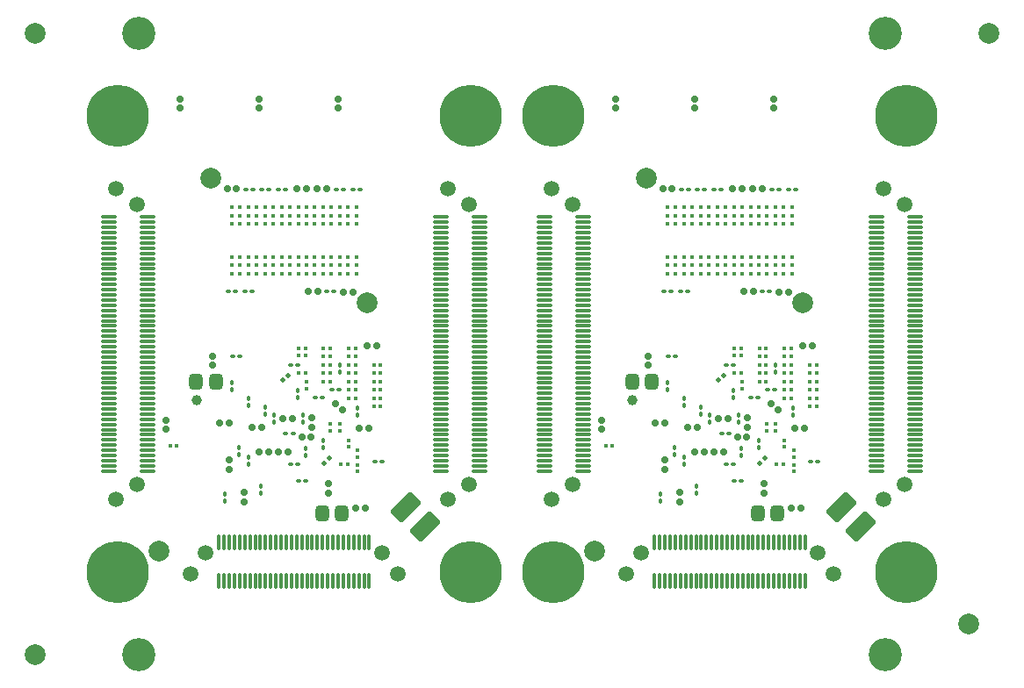
<source format=gbr>
G04*
G04 #@! TF.GenerationSoftware,Altium Limited,Altium Designer,22.4.2 (48)*
G04*
G04 Layer_Color=16711935*
%FSAX24Y24*%
%MOIN*%
G70*
G04*
G04 #@! TF.SameCoordinates,CBA5B0EC-3C9A-411B-936C-A00E84A017FD*
G04*
G04*
G04 #@! TF.FilePolarity,Negative*
G04*
G01*
G75*
%ADD10C,0.0394*%
%ADD19C,0.0157*%
G04:AMPARAMS|DCode=25|XSize=23.6mil|YSize=23.6mil|CornerRadius=5.9mil|HoleSize=0mil|Usage=FLASHONLY|Rotation=270.000|XOffset=0mil|YOffset=0mil|HoleType=Round|Shape=RoundedRectangle|*
%AMROUNDEDRECTD25*
21,1,0.0236,0.0118,0,0,270.0*
21,1,0.0118,0.0236,0,0,270.0*
1,1,0.0118,-0.0059,-0.0059*
1,1,0.0118,-0.0059,0.0059*
1,1,0.0118,0.0059,0.0059*
1,1,0.0118,0.0059,-0.0059*
%
%ADD25ROUNDEDRECTD25*%
G04:AMPARAMS|DCode=26|XSize=13.8mil|YSize=15.7mil|CornerRadius=3.4mil|HoleSize=0mil|Usage=FLASHONLY|Rotation=270.000|XOffset=0mil|YOffset=0mil|HoleType=Round|Shape=RoundedRectangle|*
%AMROUNDEDRECTD26*
21,1,0.0138,0.0089,0,0,270.0*
21,1,0.0069,0.0157,0,0,270.0*
1,1,0.0069,-0.0044,-0.0034*
1,1,0.0069,-0.0044,0.0034*
1,1,0.0069,0.0044,0.0034*
1,1,0.0069,0.0044,-0.0034*
%
%ADD26ROUNDEDRECTD26*%
G04:AMPARAMS|DCode=29|XSize=23.6mil|YSize=23.6mil|CornerRadius=5.9mil|HoleSize=0mil|Usage=FLASHONLY|Rotation=0.000|XOffset=0mil|YOffset=0mil|HoleType=Round|Shape=RoundedRectangle|*
%AMROUNDEDRECTD29*
21,1,0.0236,0.0118,0,0,0.0*
21,1,0.0118,0.0236,0,0,0.0*
1,1,0.0118,0.0059,-0.0059*
1,1,0.0118,-0.0059,-0.0059*
1,1,0.0118,-0.0059,0.0059*
1,1,0.0118,0.0059,0.0059*
%
%ADD29ROUNDEDRECTD29*%
G04:AMPARAMS|DCode=30|XSize=13.8mil|YSize=15.7mil|CornerRadius=3.4mil|HoleSize=0mil|Usage=FLASHONLY|Rotation=180.000|XOffset=0mil|YOffset=0mil|HoleType=Round|Shape=RoundedRectangle|*
%AMROUNDEDRECTD30*
21,1,0.0138,0.0089,0,0,180.0*
21,1,0.0069,0.0157,0,0,180.0*
1,1,0.0069,-0.0034,0.0044*
1,1,0.0069,0.0034,0.0044*
1,1,0.0069,0.0034,-0.0044*
1,1,0.0069,-0.0034,-0.0044*
%
%ADD30ROUNDEDRECTD30*%
G04:AMPARAMS|DCode=33|XSize=25.2mil|YSize=25.2mil|CornerRadius=6.3mil|HoleSize=0mil|Usage=FLASHONLY|Rotation=0.000|XOffset=0mil|YOffset=0mil|HoleType=Round|Shape=RoundedRectangle|*
%AMROUNDEDRECTD33*
21,1,0.0252,0.0126,0,0,0.0*
21,1,0.0126,0.0252,0,0,0.0*
1,1,0.0126,0.0063,-0.0063*
1,1,0.0126,-0.0063,-0.0063*
1,1,0.0126,-0.0063,0.0063*
1,1,0.0126,0.0063,0.0063*
%
%ADD33ROUNDEDRECTD33*%
G04:AMPARAMS|DCode=34|XSize=25.2mil|YSize=25.2mil|CornerRadius=6.3mil|HoleSize=0mil|Usage=FLASHONLY|Rotation=270.000|XOffset=0mil|YOffset=0mil|HoleType=Round|Shape=RoundedRectangle|*
%AMROUNDEDRECTD34*
21,1,0.0252,0.0126,0,0,270.0*
21,1,0.0126,0.0252,0,0,270.0*
1,1,0.0126,-0.0063,-0.0063*
1,1,0.0126,-0.0063,0.0063*
1,1,0.0126,0.0063,0.0063*
1,1,0.0126,0.0063,-0.0063*
%
%ADD34ROUNDEDRECTD34*%
G04:AMPARAMS|DCode=37|XSize=25.2mil|YSize=25.2mil|CornerRadius=6.3mil|HoleSize=0mil|Usage=FLASHONLY|Rotation=225.000|XOffset=0mil|YOffset=0mil|HoleType=Round|Shape=RoundedRectangle|*
%AMROUNDEDRECTD37*
21,1,0.0252,0.0126,0,0,225.0*
21,1,0.0126,0.0252,0,0,225.0*
1,1,0.0126,-0.0089,0.0000*
1,1,0.0126,0.0000,0.0089*
1,1,0.0126,0.0089,0.0000*
1,1,0.0126,0.0000,-0.0089*
%
%ADD37ROUNDEDRECTD37*%
G04:AMPARAMS|DCode=39|XSize=59.1mil|YSize=51.2mil|CornerRadius=12.8mil|HoleSize=0mil|Usage=FLASHONLY|Rotation=90.000|XOffset=0mil|YOffset=0mil|HoleType=Round|Shape=RoundedRectangle|*
%AMROUNDEDRECTD39*
21,1,0.0591,0.0256,0,0,90.0*
21,1,0.0335,0.0512,0,0,90.0*
1,1,0.0256,0.0128,0.0167*
1,1,0.0256,0.0128,-0.0167*
1,1,0.0256,-0.0128,-0.0167*
1,1,0.0256,-0.0128,0.0167*
%
%ADD39ROUNDEDRECTD39*%
G04:AMPARAMS|DCode=40|XSize=16.5mil|YSize=18.1mil|CornerRadius=4.1mil|HoleSize=0mil|Usage=FLASHONLY|Rotation=270.000|XOffset=0mil|YOffset=0mil|HoleType=Round|Shape=RoundedRectangle|*
%AMROUNDEDRECTD40*
21,1,0.0165,0.0098,0,0,270.0*
21,1,0.0083,0.0181,0,0,270.0*
1,1,0.0083,-0.0049,-0.0041*
1,1,0.0083,-0.0049,0.0041*
1,1,0.0083,0.0049,0.0041*
1,1,0.0083,0.0049,-0.0041*
%
%ADD40ROUNDEDRECTD40*%
%ADD45C,0.1260*%
%ADD46C,0.2362*%
%ADD47C,0.0591*%
G04:AMPARAMS|DCode=51|XSize=11.8mil|YSize=59.1mil|CornerRadius=3mil|HoleSize=0mil|Usage=FLASHONLY|Rotation=0.000|XOffset=0mil|YOffset=0mil|HoleType=Round|Shape=RoundedRectangle|*
%AMROUNDEDRECTD51*
21,1,0.0118,0.0531,0,0,0.0*
21,1,0.0059,0.0591,0,0,0.0*
1,1,0.0059,0.0030,-0.0266*
1,1,0.0059,-0.0030,-0.0266*
1,1,0.0059,-0.0030,0.0266*
1,1,0.0059,0.0030,0.0266*
%
%ADD51ROUNDEDRECTD51*%
G04:AMPARAMS|DCode=52|XSize=11.8mil|YSize=59.1mil|CornerRadius=3mil|HoleSize=0mil|Usage=FLASHONLY|Rotation=270.000|XOffset=0mil|YOffset=0mil|HoleType=Round|Shape=RoundedRectangle|*
%AMROUNDEDRECTD52*
21,1,0.0118,0.0531,0,0,270.0*
21,1,0.0059,0.0591,0,0,270.0*
1,1,0.0059,-0.0266,-0.0030*
1,1,0.0059,-0.0266,0.0030*
1,1,0.0059,0.0266,0.0030*
1,1,0.0059,0.0266,-0.0030*
%
%ADD52ROUNDEDRECTD52*%
G04:AMPARAMS|DCode=53|XSize=16.5mil|YSize=18.1mil|CornerRadius=4.1mil|HoleSize=0mil|Usage=FLASHONLY|Rotation=180.000|XOffset=0mil|YOffset=0mil|HoleType=Round|Shape=RoundedRectangle|*
%AMROUNDEDRECTD53*
21,1,0.0165,0.0098,0,0,180.0*
21,1,0.0083,0.0181,0,0,180.0*
1,1,0.0083,-0.0041,0.0049*
1,1,0.0083,0.0041,0.0049*
1,1,0.0083,0.0041,-0.0049*
1,1,0.0083,-0.0041,-0.0049*
%
%ADD53ROUNDEDRECTD53*%
G04:AMPARAMS|DCode=54|XSize=110.2mil|YSize=65mil|CornerRadius=8.1mil|HoleSize=0mil|Usage=FLASHONLY|Rotation=45.000|XOffset=0mil|YOffset=0mil|HoleType=Round|Shape=RoundedRectangle|*
%AMROUNDEDRECTD54*
21,1,0.1102,0.0487,0,0,45.0*
21,1,0.0940,0.0650,0,0,45.0*
1,1,0.0162,0.0505,0.0160*
1,1,0.0162,-0.0160,-0.0505*
1,1,0.0162,-0.0505,-0.0160*
1,1,0.0162,0.0160,0.0505*
%
%ADD54ROUNDEDRECTD54*%
G04:AMPARAMS|DCode=55|XSize=16.5mil|YSize=18.1mil|CornerRadius=4.1mil|HoleSize=0mil|Usage=FLASHONLY|Rotation=135.000|XOffset=0mil|YOffset=0mil|HoleType=Round|Shape=RoundedRectangle|*
%AMROUNDEDRECTD55*
21,1,0.0165,0.0098,0,0,135.0*
21,1,0.0083,0.0181,0,0,135.0*
1,1,0.0083,0.0006,0.0064*
1,1,0.0083,0.0064,0.0006*
1,1,0.0083,-0.0006,-0.0064*
1,1,0.0083,-0.0064,-0.0006*
%
%ADD55ROUNDEDRECTD55*%
%ADD64C,0.0787*%
D10*
X008110Y011663D02*
D03*
X024646D02*
D03*
D19*
X014173Y016457D02*
D03*
Y016772D02*
D03*
Y017087D02*
D03*
Y018346D02*
D03*
Y018661D02*
D03*
Y018976D02*
D03*
X013858Y016457D02*
D03*
Y016772D02*
D03*
Y017087D02*
D03*
Y018346D02*
D03*
Y018661D02*
D03*
Y018976D02*
D03*
X013543Y016457D02*
D03*
Y016772D02*
D03*
Y017087D02*
D03*
Y018346D02*
D03*
Y018661D02*
D03*
Y018976D02*
D03*
X013228Y016457D02*
D03*
Y016772D02*
D03*
Y017087D02*
D03*
Y018346D02*
D03*
Y018661D02*
D03*
Y018976D02*
D03*
X012913Y016457D02*
D03*
Y016772D02*
D03*
Y017087D02*
D03*
Y018346D02*
D03*
Y018661D02*
D03*
Y018976D02*
D03*
X012598Y016457D02*
D03*
Y016772D02*
D03*
Y017087D02*
D03*
Y018346D02*
D03*
Y018661D02*
D03*
Y018976D02*
D03*
X012283Y016457D02*
D03*
Y016772D02*
D03*
Y017087D02*
D03*
Y018346D02*
D03*
Y018661D02*
D03*
Y018976D02*
D03*
X011969Y016457D02*
D03*
Y016772D02*
D03*
Y017087D02*
D03*
Y018346D02*
D03*
Y018661D02*
D03*
Y018976D02*
D03*
X011654Y016457D02*
D03*
Y016772D02*
D03*
Y017087D02*
D03*
Y018346D02*
D03*
Y018661D02*
D03*
Y018976D02*
D03*
X011339Y016457D02*
D03*
Y016772D02*
D03*
Y017087D02*
D03*
Y018346D02*
D03*
Y018661D02*
D03*
Y018976D02*
D03*
X011024Y016457D02*
D03*
Y016772D02*
D03*
Y017087D02*
D03*
Y018346D02*
D03*
Y018661D02*
D03*
Y018976D02*
D03*
X010709Y016457D02*
D03*
Y016772D02*
D03*
Y017087D02*
D03*
Y018346D02*
D03*
Y018661D02*
D03*
Y018976D02*
D03*
X010394Y016457D02*
D03*
Y016772D02*
D03*
Y017087D02*
D03*
Y018346D02*
D03*
Y018661D02*
D03*
Y018976D02*
D03*
X010079Y016457D02*
D03*
Y016772D02*
D03*
Y017087D02*
D03*
Y018346D02*
D03*
Y018661D02*
D03*
Y018976D02*
D03*
X009764Y016457D02*
D03*
Y016772D02*
D03*
Y017087D02*
D03*
Y018346D02*
D03*
Y018661D02*
D03*
Y018976D02*
D03*
X009449Y016457D02*
D03*
Y016772D02*
D03*
Y017087D02*
D03*
Y018346D02*
D03*
Y018661D02*
D03*
Y018976D02*
D03*
X030709Y016457D02*
D03*
Y016772D02*
D03*
Y017087D02*
D03*
Y018346D02*
D03*
Y018661D02*
D03*
Y018976D02*
D03*
X030394Y016457D02*
D03*
Y016772D02*
D03*
Y017087D02*
D03*
Y018346D02*
D03*
Y018661D02*
D03*
Y018976D02*
D03*
X030079Y016457D02*
D03*
Y016772D02*
D03*
Y017087D02*
D03*
Y018346D02*
D03*
Y018661D02*
D03*
Y018976D02*
D03*
X029764Y016457D02*
D03*
Y016772D02*
D03*
Y017087D02*
D03*
Y018346D02*
D03*
Y018661D02*
D03*
Y018976D02*
D03*
X029449Y016457D02*
D03*
Y016772D02*
D03*
Y017087D02*
D03*
Y018346D02*
D03*
Y018661D02*
D03*
Y018976D02*
D03*
X029134Y016457D02*
D03*
Y016772D02*
D03*
Y017087D02*
D03*
Y018346D02*
D03*
Y018661D02*
D03*
Y018976D02*
D03*
X028819Y016457D02*
D03*
Y016772D02*
D03*
Y017087D02*
D03*
Y018346D02*
D03*
Y018661D02*
D03*
Y018976D02*
D03*
X028504Y016457D02*
D03*
Y016772D02*
D03*
Y017087D02*
D03*
Y018346D02*
D03*
Y018661D02*
D03*
Y018976D02*
D03*
X028189Y016457D02*
D03*
Y016772D02*
D03*
Y017087D02*
D03*
Y018346D02*
D03*
Y018661D02*
D03*
Y018976D02*
D03*
X027874Y016457D02*
D03*
Y016772D02*
D03*
Y017087D02*
D03*
Y018346D02*
D03*
Y018661D02*
D03*
Y018976D02*
D03*
X027559Y016457D02*
D03*
Y016772D02*
D03*
Y017087D02*
D03*
Y018346D02*
D03*
Y018661D02*
D03*
Y018976D02*
D03*
X027244Y016457D02*
D03*
Y016772D02*
D03*
Y017087D02*
D03*
Y018346D02*
D03*
Y018661D02*
D03*
Y018976D02*
D03*
X026929Y016457D02*
D03*
Y016772D02*
D03*
Y017087D02*
D03*
Y018346D02*
D03*
Y018661D02*
D03*
Y018976D02*
D03*
X026614Y016457D02*
D03*
Y016772D02*
D03*
Y017087D02*
D03*
Y018346D02*
D03*
Y018661D02*
D03*
Y018976D02*
D03*
X026299Y016457D02*
D03*
Y016772D02*
D03*
Y017087D02*
D03*
Y018346D02*
D03*
Y018661D02*
D03*
Y018976D02*
D03*
X025984Y016457D02*
D03*
Y016772D02*
D03*
Y017087D02*
D03*
Y018346D02*
D03*
Y018661D02*
D03*
Y018976D02*
D03*
D25*
X012362Y015768D02*
D03*
X012717D02*
D03*
X010846Y009675D02*
D03*
X010492D02*
D03*
X012106Y010256D02*
D03*
X012461D02*
D03*
X011742Y010955D02*
D03*
X011388D02*
D03*
X028898Y015768D02*
D03*
X029252D02*
D03*
X027382Y009675D02*
D03*
X027028D02*
D03*
X028642Y010256D02*
D03*
X028996D02*
D03*
X028278Y010955D02*
D03*
X027923D02*
D03*
D26*
X015098Y012992D02*
D03*
X014843D02*
D03*
X015098Y012047D02*
D03*
X014843D02*
D03*
X014134Y011732D02*
D03*
X013878D02*
D03*
X015098Y012677D02*
D03*
X014843D02*
D03*
X015098Y011732D02*
D03*
X014843D02*
D03*
X015098Y012362D02*
D03*
X014843D02*
D03*
X012254Y013346D02*
D03*
X011998D02*
D03*
X012254Y012667D02*
D03*
X011998D02*
D03*
X012254Y013632D02*
D03*
X011998D02*
D03*
X014144Y013307D02*
D03*
X013888D02*
D03*
X013189Y013622D02*
D03*
X012933D02*
D03*
X015098Y011417D02*
D03*
X014843D02*
D03*
X013189Y013307D02*
D03*
X012933D02*
D03*
X013189Y012362D02*
D03*
X012933D02*
D03*
X013189Y012677D02*
D03*
X012933D02*
D03*
X013189Y012992D02*
D03*
X012933D02*
D03*
X014144Y012362D02*
D03*
X013888D02*
D03*
X014144Y012992D02*
D03*
X013888D02*
D03*
X014144Y013622D02*
D03*
X013888D02*
D03*
X014144Y012677D02*
D03*
X013888D02*
D03*
X014144Y012047D02*
D03*
X013888D02*
D03*
X007106Y009902D02*
D03*
X007362D02*
D03*
X013579Y009209D02*
D03*
X013835D02*
D03*
X031634Y012992D02*
D03*
X031378D02*
D03*
X031634Y012047D02*
D03*
X031378D02*
D03*
X030669Y011732D02*
D03*
X030413D02*
D03*
X031634Y012677D02*
D03*
X031378D02*
D03*
X031634Y011732D02*
D03*
X031378D02*
D03*
X031634Y012362D02*
D03*
X031378D02*
D03*
X028789Y013346D02*
D03*
X028533D02*
D03*
X028789Y012667D02*
D03*
X028533D02*
D03*
X028789Y013632D02*
D03*
X028533D02*
D03*
X030679Y013307D02*
D03*
X030423D02*
D03*
X029724Y013622D02*
D03*
X029469D02*
D03*
X031634Y011417D02*
D03*
X031378D02*
D03*
X029724Y013307D02*
D03*
X029469D02*
D03*
X029724Y012362D02*
D03*
X029469D02*
D03*
X029724Y012677D02*
D03*
X029469D02*
D03*
X029724Y012992D02*
D03*
X029469D02*
D03*
X030679Y012362D02*
D03*
X030423D02*
D03*
X030679Y012992D02*
D03*
X030423D02*
D03*
X030679Y013622D02*
D03*
X030423D02*
D03*
X030679Y012677D02*
D03*
X030423D02*
D03*
X030679Y012047D02*
D03*
X030423D02*
D03*
X023642Y009902D02*
D03*
X023898D02*
D03*
X030114Y009209D02*
D03*
X030370D02*
D03*
D29*
X010482Y022736D02*
D03*
Y023091D02*
D03*
X013494Y022736D02*
D03*
Y023091D02*
D03*
X007490Y022736D02*
D03*
Y023091D02*
D03*
X027018Y022736D02*
D03*
Y023091D02*
D03*
X030030Y022736D02*
D03*
Y023091D02*
D03*
X024026Y022736D02*
D03*
Y023091D02*
D03*
D30*
X012283Y012352D02*
D03*
Y012096D02*
D03*
X013199Y010492D02*
D03*
Y010748D02*
D03*
X013543Y010492D02*
D03*
Y010748D02*
D03*
X014232Y009193D02*
D03*
Y008937D02*
D03*
Y009744D02*
D03*
Y009488D02*
D03*
X013878Y010128D02*
D03*
Y009872D02*
D03*
X028819Y012352D02*
D03*
Y012096D02*
D03*
X029734Y010492D02*
D03*
Y010748D02*
D03*
X030079Y010492D02*
D03*
Y010748D02*
D03*
X030768Y009193D02*
D03*
Y008937D02*
D03*
Y009744D02*
D03*
Y009488D02*
D03*
X030413Y010128D02*
D03*
Y009872D02*
D03*
D33*
X009341Y009394D02*
D03*
Y009032D02*
D03*
X009921Y008134D02*
D03*
Y007772D02*
D03*
X012490Y010626D02*
D03*
Y010988D02*
D03*
X008720Y013331D02*
D03*
Y012968D02*
D03*
X013120Y008106D02*
D03*
Y008469D02*
D03*
X006959Y010537D02*
D03*
Y010900D02*
D03*
X025876Y009394D02*
D03*
Y009032D02*
D03*
X026457Y008134D02*
D03*
Y007772D02*
D03*
X029026Y010626D02*
D03*
Y010988D02*
D03*
X025256Y013331D02*
D03*
Y012968D02*
D03*
X029656Y008106D02*
D03*
Y008469D02*
D03*
X023494Y010537D02*
D03*
Y010900D02*
D03*
D34*
X010213Y010630D02*
D03*
X010575D02*
D03*
X011579Y009685D02*
D03*
X011217D02*
D03*
X008972Y010778D02*
D03*
X009335D02*
D03*
X014640Y010591D02*
D03*
X014278D02*
D03*
X014955Y013711D02*
D03*
X014593D02*
D03*
X014502Y007539D02*
D03*
X014140D02*
D03*
X014039Y015748D02*
D03*
X013677D02*
D03*
X009630Y019685D02*
D03*
X009268D02*
D03*
X011906D02*
D03*
X012268D02*
D03*
X013055D02*
D03*
X012693D02*
D03*
X026748Y010630D02*
D03*
X027110D02*
D03*
X028114Y009685D02*
D03*
X027752D02*
D03*
X025508Y010778D02*
D03*
X025870D02*
D03*
X031175Y010591D02*
D03*
X030813D02*
D03*
X031490Y013711D02*
D03*
X031128D02*
D03*
X031037Y007539D02*
D03*
X030675D02*
D03*
X030575Y015748D02*
D03*
X030213D02*
D03*
X026165Y019685D02*
D03*
X025803D02*
D03*
X028441D02*
D03*
X028803D02*
D03*
X029591D02*
D03*
X029228D02*
D03*
D37*
X013652Y011270D02*
D03*
X013396Y011526D02*
D03*
X030187Y011270D02*
D03*
X029931Y011526D02*
D03*
D39*
X008100Y012343D02*
D03*
X008848D02*
D03*
X012874Y007362D02*
D03*
X013622D02*
D03*
X024636Y012343D02*
D03*
X025384D02*
D03*
X029409Y007362D02*
D03*
X030157D02*
D03*
D40*
X011500Y010384D02*
D03*
X011768D02*
D03*
X012622Y011742D02*
D03*
X012890D02*
D03*
X011945Y012996D02*
D03*
X011677D02*
D03*
X013530Y012047D02*
D03*
X013262D02*
D03*
X009750Y013317D02*
D03*
X009482D02*
D03*
X011944Y009216D02*
D03*
X011676D02*
D03*
X012256Y008583D02*
D03*
X011988D02*
D03*
X014896Y009311D02*
D03*
X015163D02*
D03*
X014039Y019646D02*
D03*
X014307D02*
D03*
X013323Y015787D02*
D03*
X013055D02*
D03*
X011472Y019646D02*
D03*
X011205D02*
D03*
X009984D02*
D03*
X010252D02*
D03*
X010843D02*
D03*
X010575D02*
D03*
X009945Y015787D02*
D03*
X010213D02*
D03*
X013409Y019646D02*
D03*
X013677D02*
D03*
X009305Y015778D02*
D03*
X009573D02*
D03*
X028035Y010384D02*
D03*
X028303D02*
D03*
X029157Y011742D02*
D03*
X029425D02*
D03*
X028481Y012996D02*
D03*
X028213D02*
D03*
X030065Y012047D02*
D03*
X029797D02*
D03*
X026285Y013317D02*
D03*
X026018D02*
D03*
X028480Y009216D02*
D03*
X028212D02*
D03*
X028791Y008583D02*
D03*
X028524D02*
D03*
X031431Y009311D02*
D03*
X031699D02*
D03*
X030575Y019646D02*
D03*
X030843D02*
D03*
X029858Y015787D02*
D03*
X029591D02*
D03*
X028008Y019646D02*
D03*
X027740D02*
D03*
X026520D02*
D03*
X026787D02*
D03*
X027378D02*
D03*
X027110D02*
D03*
X026480Y015787D02*
D03*
X026748D02*
D03*
X029945Y019646D02*
D03*
X030213D02*
D03*
X025841Y015778D02*
D03*
X026108D02*
D03*
D45*
X034252Y025591D02*
D03*
Y001969D02*
D03*
X005906D02*
D03*
Y025591D02*
D03*
D46*
X018504Y005118D02*
D03*
X005118D02*
D03*
X018504Y022441D02*
D03*
X005118D02*
D03*
X035039Y005118D02*
D03*
X021654D02*
D03*
X035039Y022441D02*
D03*
X021654D02*
D03*
D47*
X007884Y005059D02*
D03*
X015738D02*
D03*
X008465Y005846D02*
D03*
X015157D02*
D03*
X005059Y019675D02*
D03*
Y007884D02*
D03*
X005846Y019094D02*
D03*
Y008465D02*
D03*
X017657Y019675D02*
D03*
Y007884D02*
D03*
X018445Y019094D02*
D03*
Y008465D02*
D03*
X024419Y005059D02*
D03*
X032274D02*
D03*
X025000Y005846D02*
D03*
X031693D02*
D03*
X021594Y019675D02*
D03*
Y007884D02*
D03*
X022382Y019094D02*
D03*
Y008465D02*
D03*
X034193Y019675D02*
D03*
Y007884D02*
D03*
X034980Y019094D02*
D03*
Y008465D02*
D03*
D51*
X014665Y006240D02*
D03*
Y004783D02*
D03*
X014468Y006240D02*
D03*
Y004783D02*
D03*
X014272Y006240D02*
D03*
Y004783D02*
D03*
X014075Y006240D02*
D03*
Y004783D02*
D03*
X013878Y006240D02*
D03*
Y004783D02*
D03*
X013681Y006240D02*
D03*
Y004783D02*
D03*
X013484Y006240D02*
D03*
Y004783D02*
D03*
X013287Y006240D02*
D03*
Y004783D02*
D03*
X013091Y006240D02*
D03*
Y004783D02*
D03*
X012894Y006240D02*
D03*
Y004783D02*
D03*
X012697Y006240D02*
D03*
Y004783D02*
D03*
X012500Y006240D02*
D03*
Y004783D02*
D03*
X012303Y006240D02*
D03*
Y004783D02*
D03*
X012106Y006240D02*
D03*
Y004783D02*
D03*
X011909Y006240D02*
D03*
Y004783D02*
D03*
X011713Y006240D02*
D03*
Y004783D02*
D03*
X011516Y006240D02*
D03*
Y004783D02*
D03*
X011319Y006240D02*
D03*
Y004783D02*
D03*
X011122Y006240D02*
D03*
Y004783D02*
D03*
X010925Y006240D02*
D03*
Y004783D02*
D03*
X010728Y006240D02*
D03*
Y004783D02*
D03*
X010532Y006240D02*
D03*
Y004783D02*
D03*
X010335Y006240D02*
D03*
Y004783D02*
D03*
X010138Y006240D02*
D03*
Y004783D02*
D03*
X009941Y006240D02*
D03*
Y004783D02*
D03*
X009744Y006240D02*
D03*
Y004783D02*
D03*
X009547Y006240D02*
D03*
Y004783D02*
D03*
X009350Y006240D02*
D03*
Y004783D02*
D03*
X009154Y006240D02*
D03*
Y004783D02*
D03*
X008957Y006240D02*
D03*
Y004783D02*
D03*
X031201Y006240D02*
D03*
Y004783D02*
D03*
X031004Y006240D02*
D03*
Y004783D02*
D03*
X030807Y006240D02*
D03*
Y004783D02*
D03*
X030610Y006240D02*
D03*
Y004783D02*
D03*
X030413Y006240D02*
D03*
Y004783D02*
D03*
X030217Y006240D02*
D03*
Y004783D02*
D03*
X030020Y006240D02*
D03*
Y004783D02*
D03*
X029823Y006240D02*
D03*
Y004783D02*
D03*
X029626Y006240D02*
D03*
Y004783D02*
D03*
X029429Y006240D02*
D03*
Y004783D02*
D03*
X029232Y006240D02*
D03*
Y004783D02*
D03*
X029035Y006240D02*
D03*
Y004783D02*
D03*
X028839Y006240D02*
D03*
Y004783D02*
D03*
X028642Y006240D02*
D03*
Y004783D02*
D03*
X028445Y006240D02*
D03*
Y004783D02*
D03*
X028248Y006240D02*
D03*
Y004783D02*
D03*
X028051Y006240D02*
D03*
Y004783D02*
D03*
X027854Y006240D02*
D03*
Y004783D02*
D03*
X027657Y006240D02*
D03*
Y004783D02*
D03*
X027461Y006240D02*
D03*
Y004783D02*
D03*
X027264Y006240D02*
D03*
Y004783D02*
D03*
X027067Y006240D02*
D03*
Y004783D02*
D03*
X026870Y006240D02*
D03*
Y004783D02*
D03*
X026673Y006240D02*
D03*
Y004783D02*
D03*
X026476Y006240D02*
D03*
Y004783D02*
D03*
X026280Y006240D02*
D03*
Y004783D02*
D03*
X026083Y006240D02*
D03*
Y004783D02*
D03*
X025886Y006240D02*
D03*
Y004783D02*
D03*
X025689Y006240D02*
D03*
Y004783D02*
D03*
X025492Y006240D02*
D03*
Y004783D02*
D03*
D52*
X006240Y008957D02*
D03*
X004783D02*
D03*
X006240Y009154D02*
D03*
X004783D02*
D03*
X006240Y009350D02*
D03*
X004783D02*
D03*
X006240Y009547D02*
D03*
X004783D02*
D03*
X006240Y009744D02*
D03*
X004783D02*
D03*
X006240Y009941D02*
D03*
X004783D02*
D03*
X006240Y010138D02*
D03*
X004783D02*
D03*
X006240Y010335D02*
D03*
X004783D02*
D03*
X006240Y010532D02*
D03*
X004783D02*
D03*
X006240Y010728D02*
D03*
X004783D02*
D03*
X006240Y010925D02*
D03*
X004783D02*
D03*
X006240Y011122D02*
D03*
X004783D02*
D03*
X006240Y011319D02*
D03*
X004783D02*
D03*
X006240Y011516D02*
D03*
X004783D02*
D03*
X006240Y011713D02*
D03*
X004783D02*
D03*
X006240Y011909D02*
D03*
X004783D02*
D03*
X006240Y012106D02*
D03*
X004783D02*
D03*
X006240Y012303D02*
D03*
X004783D02*
D03*
X006240Y012500D02*
D03*
X004783D02*
D03*
X006240Y012697D02*
D03*
X004783D02*
D03*
X006240Y012894D02*
D03*
X004783D02*
D03*
X006240Y013091D02*
D03*
X004783D02*
D03*
X006240Y013287D02*
D03*
X004783D02*
D03*
X006240Y013484D02*
D03*
X004783D02*
D03*
X006240Y013681D02*
D03*
X004783D02*
D03*
X006240Y013878D02*
D03*
X004783D02*
D03*
X006240Y014075D02*
D03*
X004783D02*
D03*
X006240Y014272D02*
D03*
X004783D02*
D03*
X006240Y014468D02*
D03*
X004783D02*
D03*
X006240Y014665D02*
D03*
X004783D02*
D03*
X006240Y014862D02*
D03*
X004783D02*
D03*
X006240Y015059D02*
D03*
X004783D02*
D03*
X006240Y015256D02*
D03*
X004783D02*
D03*
X006240Y015453D02*
D03*
X004783D02*
D03*
X006240Y015650D02*
D03*
X004783D02*
D03*
X006240Y015846D02*
D03*
X004783D02*
D03*
X006240Y016043D02*
D03*
X004783D02*
D03*
X006240Y016240D02*
D03*
X004783D02*
D03*
X006240Y016437D02*
D03*
X004783D02*
D03*
X006240Y016634D02*
D03*
X004783D02*
D03*
X006240Y016831D02*
D03*
X004783D02*
D03*
X006240Y017028D02*
D03*
X004783D02*
D03*
X006240Y017224D02*
D03*
X004783D02*
D03*
X006240Y017421D02*
D03*
X004783D02*
D03*
X006240Y017618D02*
D03*
X004783D02*
D03*
X006240Y017815D02*
D03*
X004783D02*
D03*
X006240Y018012D02*
D03*
X004783D02*
D03*
X006240Y018209D02*
D03*
X004783D02*
D03*
X006240Y018406D02*
D03*
X004783D02*
D03*
X006240Y018602D02*
D03*
X004783D02*
D03*
X018839Y008957D02*
D03*
X017382D02*
D03*
X018839Y009154D02*
D03*
X017382D02*
D03*
X018839Y009350D02*
D03*
X017382D02*
D03*
X018839Y009547D02*
D03*
X017382D02*
D03*
X018839Y009744D02*
D03*
X017382D02*
D03*
X018839Y009941D02*
D03*
X017382D02*
D03*
X018839Y010138D02*
D03*
X017382D02*
D03*
X018839Y010335D02*
D03*
X017382D02*
D03*
X018839Y010532D02*
D03*
X017382D02*
D03*
X018839Y010728D02*
D03*
X017382D02*
D03*
X018839Y010925D02*
D03*
X017382D02*
D03*
X018839Y011122D02*
D03*
X017382D02*
D03*
X018839Y011319D02*
D03*
X017382D02*
D03*
X018839Y011516D02*
D03*
X017382D02*
D03*
X018839Y011713D02*
D03*
X017382D02*
D03*
X018839Y011909D02*
D03*
X017382D02*
D03*
X018839Y012106D02*
D03*
X017382D02*
D03*
X018839Y012303D02*
D03*
X017382D02*
D03*
X018839Y012500D02*
D03*
X017382D02*
D03*
X018839Y012697D02*
D03*
X017382D02*
D03*
X018839Y012894D02*
D03*
X017382D02*
D03*
X018839Y013091D02*
D03*
X017382D02*
D03*
X018839Y013287D02*
D03*
X017382D02*
D03*
X018839Y013484D02*
D03*
X017382D02*
D03*
X018839Y013681D02*
D03*
X017382D02*
D03*
X018839Y013878D02*
D03*
X017382D02*
D03*
X018839Y014075D02*
D03*
X017382D02*
D03*
X018839Y014272D02*
D03*
X017382D02*
D03*
X018839Y014468D02*
D03*
X017382D02*
D03*
X018839Y014665D02*
D03*
X017382D02*
D03*
X018839Y014862D02*
D03*
X017382D02*
D03*
X018839Y015059D02*
D03*
X017382D02*
D03*
X018839Y015256D02*
D03*
X017382D02*
D03*
X018839Y015453D02*
D03*
X017382D02*
D03*
X018839Y015650D02*
D03*
X017382D02*
D03*
X018839Y015846D02*
D03*
X017382D02*
D03*
X018839Y016043D02*
D03*
X017382D02*
D03*
X018839Y016240D02*
D03*
X017382D02*
D03*
X018839Y016437D02*
D03*
X017382D02*
D03*
X018839Y016634D02*
D03*
X017382D02*
D03*
X018839Y016831D02*
D03*
X017382D02*
D03*
X018839Y017028D02*
D03*
X017382D02*
D03*
X018839Y017224D02*
D03*
X017382D02*
D03*
X018839Y017421D02*
D03*
X017382D02*
D03*
X018839Y017618D02*
D03*
X017382D02*
D03*
X018839Y017815D02*
D03*
X017382D02*
D03*
X018839Y018012D02*
D03*
X017382D02*
D03*
X018839Y018209D02*
D03*
X017382D02*
D03*
X018839Y018406D02*
D03*
X017382D02*
D03*
X018839Y018602D02*
D03*
X017382D02*
D03*
X022776Y008957D02*
D03*
X021319D02*
D03*
X022776Y009154D02*
D03*
X021319D02*
D03*
X022776Y009350D02*
D03*
X021319D02*
D03*
X022776Y009547D02*
D03*
X021319D02*
D03*
X022776Y009744D02*
D03*
X021319D02*
D03*
X022776Y009941D02*
D03*
X021319D02*
D03*
X022776Y010138D02*
D03*
X021319D02*
D03*
X022776Y010335D02*
D03*
X021319D02*
D03*
X022776Y010532D02*
D03*
X021319D02*
D03*
X022776Y010728D02*
D03*
X021319D02*
D03*
X022776Y010925D02*
D03*
X021319D02*
D03*
X022776Y011122D02*
D03*
X021319D02*
D03*
X022776Y011319D02*
D03*
X021319D02*
D03*
X022776Y011516D02*
D03*
X021319D02*
D03*
X022776Y011713D02*
D03*
X021319D02*
D03*
X022776Y011909D02*
D03*
X021319D02*
D03*
X022776Y012106D02*
D03*
X021319D02*
D03*
X022776Y012303D02*
D03*
X021319D02*
D03*
X022776Y012500D02*
D03*
X021319D02*
D03*
X022776Y012697D02*
D03*
X021319D02*
D03*
X022776Y012894D02*
D03*
X021319D02*
D03*
X022776Y013091D02*
D03*
X021319D02*
D03*
X022776Y013287D02*
D03*
X021319D02*
D03*
X022776Y013484D02*
D03*
X021319D02*
D03*
X022776Y013681D02*
D03*
X021319D02*
D03*
X022776Y013878D02*
D03*
X021319D02*
D03*
X022776Y014075D02*
D03*
X021319D02*
D03*
X022776Y014272D02*
D03*
X021319D02*
D03*
X022776Y014468D02*
D03*
X021319D02*
D03*
X022776Y014665D02*
D03*
X021319D02*
D03*
X022776Y014862D02*
D03*
X021319D02*
D03*
X022776Y015059D02*
D03*
X021319D02*
D03*
X022776Y015256D02*
D03*
X021319D02*
D03*
X022776Y015453D02*
D03*
X021319D02*
D03*
X022776Y015650D02*
D03*
X021319D02*
D03*
X022776Y015846D02*
D03*
X021319D02*
D03*
X022776Y016043D02*
D03*
X021319D02*
D03*
X022776Y016240D02*
D03*
X021319D02*
D03*
X022776Y016437D02*
D03*
X021319D02*
D03*
X022776Y016634D02*
D03*
X021319D02*
D03*
X022776Y016831D02*
D03*
X021319D02*
D03*
X022776Y017028D02*
D03*
X021319D02*
D03*
X022776Y017224D02*
D03*
X021319D02*
D03*
X022776Y017421D02*
D03*
X021319D02*
D03*
X022776Y017618D02*
D03*
X021319D02*
D03*
X022776Y017815D02*
D03*
X021319D02*
D03*
X022776Y018012D02*
D03*
X021319D02*
D03*
X022776Y018209D02*
D03*
X021319D02*
D03*
X022776Y018406D02*
D03*
X021319D02*
D03*
X022776Y018602D02*
D03*
X021319D02*
D03*
X035374Y008957D02*
D03*
X033917D02*
D03*
X035374Y009154D02*
D03*
X033917D02*
D03*
X035374Y009350D02*
D03*
X033917D02*
D03*
X035374Y009547D02*
D03*
X033917D02*
D03*
X035374Y009744D02*
D03*
X033917D02*
D03*
X035374Y009941D02*
D03*
X033917D02*
D03*
X035374Y010138D02*
D03*
X033917D02*
D03*
X035374Y010335D02*
D03*
X033917D02*
D03*
X035374Y010532D02*
D03*
X033917D02*
D03*
X035374Y010728D02*
D03*
X033917D02*
D03*
X035374Y010925D02*
D03*
X033917D02*
D03*
X035374Y011122D02*
D03*
X033917D02*
D03*
X035374Y011319D02*
D03*
X033917D02*
D03*
X035374Y011516D02*
D03*
X033917D02*
D03*
X035374Y011713D02*
D03*
X033917D02*
D03*
X035374Y011909D02*
D03*
X033917D02*
D03*
X035374Y012106D02*
D03*
X033917D02*
D03*
X035374Y012303D02*
D03*
X033917D02*
D03*
X035374Y012500D02*
D03*
X033917D02*
D03*
X035374Y012697D02*
D03*
X033917D02*
D03*
X035374Y012894D02*
D03*
X033917D02*
D03*
X035374Y013091D02*
D03*
X033917D02*
D03*
X035374Y013287D02*
D03*
X033917D02*
D03*
X035374Y013484D02*
D03*
X033917D02*
D03*
X035374Y013681D02*
D03*
X033917D02*
D03*
X035374Y013878D02*
D03*
X033917D02*
D03*
X035374Y014075D02*
D03*
X033917D02*
D03*
X035374Y014272D02*
D03*
X033917D02*
D03*
X035374Y014468D02*
D03*
X033917D02*
D03*
X035374Y014665D02*
D03*
X033917D02*
D03*
X035374Y014862D02*
D03*
X033917D02*
D03*
X035374Y015059D02*
D03*
X033917D02*
D03*
X035374Y015256D02*
D03*
X033917D02*
D03*
X035374Y015453D02*
D03*
X033917D02*
D03*
X035374Y015650D02*
D03*
X033917D02*
D03*
X035374Y015846D02*
D03*
X033917D02*
D03*
X035374Y016043D02*
D03*
X033917D02*
D03*
X035374Y016240D02*
D03*
X033917D02*
D03*
X035374Y016437D02*
D03*
X033917D02*
D03*
X035374Y016634D02*
D03*
X033917D02*
D03*
X035374Y016831D02*
D03*
X033917D02*
D03*
X035374Y017028D02*
D03*
X033917D02*
D03*
X035374Y017224D02*
D03*
X033917D02*
D03*
X035374Y017421D02*
D03*
X033917D02*
D03*
X035374Y017618D02*
D03*
X033917D02*
D03*
X035374Y017815D02*
D03*
X033917D02*
D03*
X035374Y018012D02*
D03*
X033917D02*
D03*
X035374Y018209D02*
D03*
X033917D02*
D03*
X035374Y018406D02*
D03*
X033917D02*
D03*
X035374Y018602D02*
D03*
X033917D02*
D03*
D53*
X010069Y009226D02*
D03*
Y009494D02*
D03*
X009705Y009581D02*
D03*
Y009848D02*
D03*
X010551Y008382D02*
D03*
Y008114D02*
D03*
X009183Y008087D02*
D03*
Y007819D02*
D03*
X011959Y011766D02*
D03*
Y012033D02*
D03*
X010715Y011115D02*
D03*
Y011382D02*
D03*
X011053Y010821D02*
D03*
Y011089D02*
D03*
X012923Y010124D02*
D03*
Y009856D02*
D03*
X012254Y009561D02*
D03*
Y009829D02*
D03*
X012136Y011079D02*
D03*
Y010811D02*
D03*
X009453Y012062D02*
D03*
Y012330D02*
D03*
X010089Y011709D02*
D03*
Y011441D02*
D03*
X014222Y011087D02*
D03*
Y011354D02*
D03*
X013543Y012978D02*
D03*
Y012711D02*
D03*
X026604Y009226D02*
D03*
Y009494D02*
D03*
X026240Y009581D02*
D03*
Y009848D02*
D03*
X027087Y008382D02*
D03*
Y008114D02*
D03*
X025719Y008087D02*
D03*
Y007819D02*
D03*
X028494Y011766D02*
D03*
Y012033D02*
D03*
X027250Y011115D02*
D03*
Y011382D02*
D03*
X027589Y010821D02*
D03*
Y011089D02*
D03*
X029459Y010124D02*
D03*
Y009856D02*
D03*
X028789Y009561D02*
D03*
Y009829D02*
D03*
X028671Y011079D02*
D03*
Y010811D02*
D03*
X025989Y012062D02*
D03*
Y012330D02*
D03*
X026624Y011709D02*
D03*
Y011441D02*
D03*
X030758Y011087D02*
D03*
Y011354D02*
D03*
X030079Y012978D02*
D03*
Y012711D02*
D03*
D54*
X016786Y006836D02*
D03*
X016048Y007574D02*
D03*
X033322Y006836D02*
D03*
X032584Y007574D02*
D03*
D55*
X011382Y012405D02*
D03*
X011571Y012595D02*
D03*
X013146Y009435D02*
D03*
X012957Y009246D02*
D03*
X027917Y012405D02*
D03*
X028106Y012595D02*
D03*
X029681Y009435D02*
D03*
X029492Y009246D02*
D03*
D64*
X037402Y003150D02*
D03*
X001969Y025591D02*
D03*
X001969Y001969D02*
D03*
X038189Y025591D02*
D03*
X006693Y005906D02*
D03*
X014567Y015354D02*
D03*
X008661Y020079D02*
D03*
X023228Y005906D02*
D03*
X031102Y015354D02*
D03*
X025197Y020079D02*
D03*
M02*

</source>
